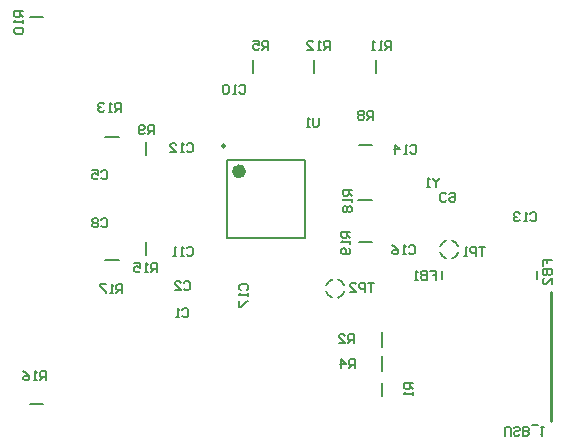
<source format=gbo>
%FSLAX42Y42*%
%MOMM*%
G71*
G01*
G75*
G04 Layer_Color=32896*
%ADD10R,1.30X1.55*%
%ADD11R,1.40X1.20*%
%ADD12R,1.30X1.00*%
%ADD13R,2.20X0.95*%
%ADD14R,1.10X1.25*%
%ADD15C,0.30*%
%ADD16C,0.25*%
%ADD17C,1.75*%
%ADD18C,2.00*%
%ADD19R,2.00X2.00*%
%ADD20C,4.20*%
%ADD21C,3.10*%
%ADD22C,1.37*%
%ADD23C,0.86*%
%ADD24R,1.35X1.35*%
%ADD25C,1.35*%
%ADD26C,2.79*%
%ADD27R,1.50X1.50*%
%ADD28C,1.50*%
%ADD29C,0.76*%
%ADD30C,1.27*%
%ADD31C,0.64*%
%ADD32R,1.10X1.40*%
%ADD33R,1.20X1.40*%
%ADD34R,0.80X0.90*%
%ADD35R,1.00X1.30*%
%ADD36R,2.39X0.51*%
%ADD37R,2.49X2.01*%
%ADD38R,1.40X1.10*%
%ADD39O,1.60X0.55*%
%ADD40O,0.55X1.60*%
%ADD41C,1.27*%
%ADD42C,0.38*%
%ADD43C,0.51*%
%ADD44C,0.20*%
%ADD45C,0.13*%
%ADD46C,0.15*%
%ADD47C,0.15*%
%ADD48R,1.50X1.75*%
%ADD49R,1.60X1.40*%
%ADD50R,1.50X1.20*%
%ADD51R,2.40X1.15*%
%ADD52R,1.30X1.45*%
%ADD53C,1.95*%
%ADD54C,2.20*%
%ADD55R,2.20X2.20*%
%ADD56C,4.40*%
%ADD57C,3.30*%
%ADD58C,1.57*%
%ADD59C,1.07*%
%ADD60R,1.55X1.55*%
%ADD61C,1.55*%
%ADD62C,3.00*%
%ADD63R,1.70X1.70*%
%ADD64C,1.70*%
%ADD65C,0.97*%
%ADD66C,1.47*%
%ADD67R,1.30X1.60*%
%ADD68R,1.40X1.60*%
%ADD69R,1.00X1.10*%
%ADD70R,1.20X1.50*%
%ADD71R,2.59X0.71*%
%ADD72R,2.69X2.21*%
%ADD73R,1.60X1.30*%
%ADD74O,1.80X0.75*%
%ADD75O,0.75X1.80*%
%ADD76C,0.20*%
%ADD77C,0.60*%
%ADD78C,0.25*%
D16*
X10183Y7112D02*
Y8204D01*
D44*
X5774Y10528D02*
X5884D01*
X5774Y7252D02*
X5884D01*
X8551Y8979D02*
X8671D01*
X7658Y10054D02*
Y10164D01*
X6756Y9357D02*
Y9467D01*
X6404Y9512D02*
X6524D01*
X6756Y8516D02*
Y8626D01*
X6404Y8471D02*
X6524D01*
X8750Y7324D02*
Y7434D01*
Y7535D02*
Y7655D01*
X9258Y8309D02*
Y8379D01*
X10061Y8309D02*
Y8379D01*
X8750Y7738D02*
Y7858D01*
X8700Y10054D02*
Y10164D01*
X8102Y8662D02*
Y9322D01*
X7442Y8662D02*
Y9322D01*
Y8662D02*
X8102D01*
X7442Y9322D02*
X8102D01*
X8179Y10054D02*
Y10164D01*
X8556Y8623D02*
X8666D01*
X8556Y9449D02*
X8666D01*
D45*
X9234Y9169D02*
Y9157D01*
X9208Y9131D01*
X9183Y9157D01*
Y9169D01*
X9208Y9131D02*
Y9093D01*
X9158D02*
X9132D01*
X9145D01*
Y9169D01*
X9158Y9157D01*
X9792Y6985D02*
Y7049D01*
X9804Y7061D01*
X9830D01*
X9842Y7049D01*
Y6985D01*
X9919Y6998D02*
X9906Y6985D01*
X9881D01*
X9868Y6998D01*
Y7010D01*
X9881Y7023D01*
X9906D01*
X9919Y7036D01*
Y7049D01*
X9906Y7061D01*
X9881D01*
X9868Y7049D01*
X9944Y6985D02*
Y7061D01*
X9982D01*
X9995Y7049D01*
Y7036D01*
X9982Y7023D01*
X9944D01*
X9982D01*
X9995Y7010D01*
Y6998D01*
X9982Y6985D01*
X9944D01*
X10020Y7074D02*
X10071D01*
X10096Y7061D02*
X10122D01*
X10109D01*
Y6985D01*
X10096Y6998D01*
X8217Y9677D02*
Y9614D01*
X8204Y9601D01*
X8179D01*
X8166Y9614D01*
Y9677D01*
X8141Y9601D02*
X8115D01*
X8128D01*
Y9677D01*
X8141Y9665D01*
X8687Y8280D02*
X8636D01*
X8661D01*
Y8204D01*
X8611D02*
Y8280D01*
X8573D01*
X8560Y8268D01*
Y8242D01*
X8573Y8230D01*
X8611D01*
X8484Y8204D02*
X8534D01*
X8484Y8255D01*
Y8268D01*
X8496Y8280D01*
X8522D01*
X8534Y8268D01*
X9627Y8585D02*
X9576D01*
X9601D01*
Y8509D01*
X9550D02*
Y8585D01*
X9512D01*
X9500Y8572D01*
Y8547D01*
X9512Y8534D01*
X9550D01*
X9474Y8509D02*
X9449D01*
X9462D01*
Y8585D01*
X9474Y8572D01*
X8484Y8712D02*
X8407D01*
Y8674D01*
X8420Y8661D01*
X8446D01*
X8458Y8674D01*
Y8712D01*
Y8687D02*
X8484Y8661D01*
Y8636D02*
Y8611D01*
Y8623D01*
X8407D01*
X8420Y8636D01*
X8471Y8573D02*
X8484Y8560D01*
Y8534D01*
X8471Y8522D01*
X8420D01*
X8407Y8534D01*
Y8560D01*
X8420Y8573D01*
X8433D01*
X8446Y8560D01*
Y8522D01*
X8496Y9068D02*
X8420D01*
Y9030D01*
X8433Y9017D01*
X8458D01*
X8471Y9030D01*
Y9068D01*
Y9042D02*
X8496Y9017D01*
Y8992D02*
Y8966D01*
Y8979D01*
X8420D01*
X8433Y8992D01*
Y8928D02*
X8420Y8915D01*
Y8890D01*
X8433Y8877D01*
X8446D01*
X8458Y8890D01*
X8471Y8877D01*
X8484D01*
X8496Y8890D01*
Y8915D01*
X8484Y8928D01*
X8471D01*
X8458Y8915D01*
X8446Y8928D01*
X8433D01*
X8458Y8915D02*
Y8890D01*
X6553Y8192D02*
Y8268D01*
X6515D01*
X6502Y8255D01*
Y8230D01*
X6515Y8217D01*
X6553D01*
X6528D02*
X6502Y8192D01*
X6477D02*
X6452D01*
X6464D01*
Y8268D01*
X6477Y8255D01*
X6414Y8268D02*
X6363D01*
Y8255D01*
X6414Y8204D01*
Y8192D01*
X5906Y7455D02*
Y7531D01*
X5867D01*
X5855Y7518D01*
Y7493D01*
X5867Y7480D01*
X5906D01*
X5880D02*
X5855Y7455D01*
X5829D02*
X5804D01*
X5817D01*
Y7531D01*
X5829Y7518D01*
X5715Y7531D02*
X5740Y7518D01*
X5766Y7493D01*
Y7468D01*
X5753Y7455D01*
X5728D01*
X5715Y7468D01*
Y7480D01*
X5728Y7493D01*
X5766D01*
X6845Y8369D02*
Y8445D01*
X6807D01*
X6795Y8433D01*
Y8407D01*
X6807Y8395D01*
X6845D01*
X6820D02*
X6795Y8369D01*
X6769D02*
X6744D01*
X6756D01*
Y8445D01*
X6769Y8433D01*
X6655Y8445D02*
X6706D01*
Y8407D01*
X6680Y8420D01*
X6668D01*
X6655Y8407D01*
Y8382D01*
X6668Y8369D01*
X6693D01*
X6706Y8382D01*
X6540Y9728D02*
Y9804D01*
X6502D01*
X6490Y9792D01*
Y9766D01*
X6502Y9754D01*
X6540D01*
X6515D02*
X6490Y9728D01*
X6464D02*
X6439D01*
X6452D01*
Y9804D01*
X6464Y9792D01*
X6401D02*
X6388Y9804D01*
X6363D01*
X6350Y9792D01*
Y9779D01*
X6363Y9766D01*
X6375D01*
X6363D01*
X6350Y9754D01*
Y9741D01*
X6363Y9728D01*
X6388D01*
X6401Y9741D01*
X8311Y10251D02*
Y10328D01*
X8273D01*
X8260Y10315D01*
Y10290D01*
X8273Y10277D01*
X8311D01*
X8285D02*
X8260Y10251D01*
X8235D02*
X8209D01*
X8222D01*
Y10328D01*
X8235Y10315D01*
X8120Y10251D02*
X8171D01*
X8120Y10302D01*
Y10315D01*
X8133Y10328D01*
X8159D01*
X8171Y10315D01*
X8832Y10251D02*
Y10328D01*
X8793D01*
X8781Y10315D01*
Y10290D01*
X8793Y10277D01*
X8832D01*
X8806D02*
X8781Y10251D01*
X8755D02*
X8730D01*
X8743D01*
Y10328D01*
X8755Y10315D01*
X8692Y10251D02*
X8667D01*
X8679D01*
Y10328D01*
X8692Y10315D01*
X5715Y10579D02*
X5639D01*
Y10541D01*
X5652Y10528D01*
X5677D01*
X5690Y10541D01*
Y10579D01*
Y10554D02*
X5715Y10528D01*
Y10503D02*
Y10478D01*
Y10490D01*
X5639D01*
X5652Y10503D01*
Y10439D02*
X5639Y10427D01*
Y10401D01*
X5652Y10389D01*
X5702D01*
X5715Y10401D01*
Y10427D01*
X5702Y10439D01*
X5652D01*
X6820Y9538D02*
Y9614D01*
X6782D01*
X6769Y9601D01*
Y9576D01*
X6782Y9563D01*
X6820D01*
X6795D02*
X6769Y9538D01*
X6744Y9550D02*
X6731Y9538D01*
X6706D01*
X6693Y9550D01*
Y9601D01*
X6706Y9614D01*
X6731D01*
X6744Y9601D01*
Y9588D01*
X6731Y9576D01*
X6693D01*
X8677Y9657D02*
Y9733D01*
X8639D01*
X8626Y9721D01*
Y9695D01*
X8639Y9682D01*
X8677D01*
X8651D02*
X8626Y9657D01*
X8600Y9721D02*
X8588Y9733D01*
X8562D01*
X8550Y9721D01*
Y9708D01*
X8562Y9695D01*
X8550Y9682D01*
Y9670D01*
X8562Y9657D01*
X8588D01*
X8600Y9670D01*
Y9682D01*
X8588Y9695D01*
X8600Y9708D01*
Y9721D01*
X8588Y9695D02*
X8562D01*
X7790Y10251D02*
Y10328D01*
X7752D01*
X7739Y10315D01*
Y10290D01*
X7752Y10277D01*
X7790D01*
X7765D02*
X7739Y10251D01*
X7663Y10328D02*
X7714D01*
Y10290D01*
X7689Y10302D01*
X7676D01*
X7663Y10290D01*
Y10264D01*
X7676Y10251D01*
X7701D01*
X7714Y10264D01*
X8522Y7557D02*
Y7633D01*
X8484D01*
X8471Y7620D01*
Y7595D01*
X8484Y7582D01*
X8522D01*
X8496D02*
X8471Y7557D01*
X8407D02*
Y7633D01*
X8446Y7595D01*
X8395D01*
X8515Y7766D02*
Y7842D01*
X8477D01*
X8465Y7830D01*
Y7804D01*
X8477Y7791D01*
X8515D01*
X8490D02*
X8465Y7766D01*
X8388D02*
X8439D01*
X8388Y7817D01*
Y7830D01*
X8401Y7842D01*
X8426D01*
X8439Y7830D01*
X9017Y7429D02*
X8941D01*
Y7391D01*
X8954Y7379D01*
X8979D01*
X8992Y7391D01*
Y7429D01*
Y7404D02*
X9017Y7379D01*
Y7353D02*
Y7328D01*
Y7341D01*
X8941D01*
X8954Y7353D01*
X10112Y8420D02*
Y8471D01*
X10150D01*
Y8446D01*
Y8471D01*
X10188D01*
X10112Y8395D02*
X10188D01*
Y8357D01*
X10175Y8344D01*
X10163D01*
X10150Y8357D01*
Y8395D01*
Y8357D01*
X10137Y8344D01*
X10124D01*
X10112Y8357D01*
Y8395D01*
X10188Y8268D02*
Y8319D01*
X10137Y8268D01*
X10124D01*
X10112Y8280D01*
Y8306D01*
X10124Y8319D01*
X9157Y8382D02*
X9207D01*
Y8344D01*
X9182D01*
X9207D01*
Y8306D01*
X9131Y8382D02*
Y8306D01*
X9093D01*
X9081Y8318D01*
Y8331D01*
X9093Y8344D01*
X9131D01*
X9093D01*
X9081Y8357D01*
Y8369D01*
X9093Y8382D01*
X9131D01*
X9055Y8306D02*
X9030D01*
X9042D01*
Y8382D01*
X9055Y8369D01*
X7557Y8217D02*
X7544Y8230D01*
Y8255D01*
X7557Y8268D01*
X7607D01*
X7620Y8255D01*
Y8230D01*
X7607Y8217D01*
X7620Y8192D02*
Y8166D01*
Y8179D01*
X7544D01*
X7557Y8192D01*
X7544Y8128D02*
Y8077D01*
X7557D01*
X7607Y8128D01*
X7620D01*
X8979Y8585D02*
X8992Y8598D01*
X9017D01*
X9030Y8585D01*
Y8534D01*
X9017Y8522D01*
X8992D01*
X8979Y8534D01*
X8954Y8522D02*
X8928D01*
X8941D01*
Y8598D01*
X8954Y8585D01*
X8839Y8598D02*
X8865Y8585D01*
X8890Y8560D01*
Y8534D01*
X8877Y8522D01*
X8852D01*
X8839Y8534D01*
Y8547D01*
X8852Y8560D01*
X8890D01*
X8992Y9436D02*
X9004Y9449D01*
X9030D01*
X9042Y9436D01*
Y9385D01*
X9030Y9373D01*
X9004D01*
X8992Y9385D01*
X8966Y9373D02*
X8941D01*
X8954D01*
Y9449D01*
X8966Y9436D01*
X8865Y9373D02*
Y9449D01*
X8903Y9411D01*
X8852D01*
X10008Y8865D02*
X10020Y8877D01*
X10046D01*
X10058Y8865D01*
Y8814D01*
X10046Y8801D01*
X10020D01*
X10008Y8814D01*
X9982Y8801D02*
X9957D01*
X9970D01*
Y8877D01*
X9982Y8865D01*
X9919D02*
X9906Y8877D01*
X9881D01*
X9868Y8865D01*
Y8852D01*
X9881Y8839D01*
X9893D01*
X9881D01*
X9868Y8826D01*
Y8814D01*
X9881Y8801D01*
X9906D01*
X9919Y8814D01*
X7099Y9449D02*
X7112Y9461D01*
X7137D01*
X7150Y9449D01*
Y9398D01*
X7137Y9385D01*
X7112D01*
X7099Y9398D01*
X7074Y9385D02*
X7049D01*
X7061D01*
Y9461D01*
X7074Y9449D01*
X6960Y9385D02*
X7010D01*
X6960Y9436D01*
Y9449D01*
X6972Y9461D01*
X6998D01*
X7010Y9449D01*
X7099Y8572D02*
X7112Y8585D01*
X7137D01*
X7150Y8572D01*
Y8522D01*
X7137Y8509D01*
X7112D01*
X7099Y8522D01*
X7074Y8509D02*
X7049D01*
X7061D01*
Y8585D01*
X7074Y8572D01*
X7010Y8509D02*
X6985D01*
X6998D01*
Y8585D01*
X7010Y8572D01*
X7544Y9944D02*
X7557Y9957D01*
X7582D01*
X7595Y9944D01*
Y9893D01*
X7582Y9881D01*
X7557D01*
X7544Y9893D01*
X7518Y9881D02*
X7493D01*
X7506D01*
Y9957D01*
X7518Y9944D01*
X7455D02*
X7442Y9957D01*
X7417D01*
X7404Y9944D01*
Y9893D01*
X7417Y9881D01*
X7442D01*
X7455Y9893D01*
Y9944D01*
X9296Y8976D02*
X9284Y8964D01*
X9258D01*
X9246Y8976D01*
Y9027D01*
X9258Y9040D01*
X9284D01*
X9296Y9027D01*
X9322D02*
X9334Y9040D01*
X9360D01*
X9373Y9027D01*
Y8976D01*
X9360Y8964D01*
X9334D01*
X9322Y8976D01*
Y8989D01*
X9334Y9002D01*
X9373D01*
X6375Y8814D02*
X6388Y8826D01*
X6414D01*
X6426Y8814D01*
Y8763D01*
X6414Y8750D01*
X6388D01*
X6375Y8763D01*
X6350Y8814D02*
X6337Y8826D01*
X6312D01*
X6299Y8814D01*
Y8801D01*
X6312Y8788D01*
X6299Y8776D01*
Y8763D01*
X6312Y8750D01*
X6337D01*
X6350Y8763D01*
Y8776D01*
X6337Y8788D01*
X6350Y8801D01*
Y8814D01*
X6337Y8788D02*
X6312D01*
X6375Y9220D02*
X6388Y9233D01*
X6414D01*
X6426Y9220D01*
Y9169D01*
X6414Y9157D01*
X6388D01*
X6375Y9169D01*
X6299Y9233D02*
X6350D01*
Y9195D01*
X6325Y9207D01*
X6312D01*
X6299Y9195D01*
Y9169D01*
X6312Y9157D01*
X6337D01*
X6350Y9169D01*
X7074Y8280D02*
X7087Y8293D01*
X7112D01*
X7125Y8280D01*
Y8230D01*
X7112Y8217D01*
X7087D01*
X7074Y8230D01*
X6998Y8217D02*
X7049D01*
X6998Y8268D01*
Y8280D01*
X7010Y8293D01*
X7036D01*
X7049Y8280D01*
X7061Y8052D02*
X7074Y8064D01*
X7099D01*
X7112Y8052D01*
Y8001D01*
X7099Y7988D01*
X7074D01*
X7061Y8001D01*
X7036Y7988D02*
X7010D01*
X7023D01*
Y8064D01*
X7036Y8052D01*
D76*
X9296Y8636D02*
G03*
X9246Y8585I25J-76D01*
G01*
Y8534D02*
G03*
X9296Y8484I76J25D01*
G01*
X9347D02*
G03*
X9398Y8534I-25J76D01*
G01*
Y8585D02*
G03*
X9347Y8636I-76J-25D01*
G01*
X8433Y8255D02*
G03*
X8382Y8306I-76J-25D01*
G01*
X8331D02*
G03*
X8280Y8255I25J-76D01*
G01*
Y8204D02*
G03*
X8331Y8153I76J25D01*
G01*
X8382D02*
G03*
X8433Y8204I-25J76D01*
G01*
D77*
X7572Y9222D02*
G03*
X7572Y9222I-30J0D01*
G01*
D78*
X7422Y9437D02*
G03*
X7422Y9437I-12J0D01*
G01*
M02*

</source>
